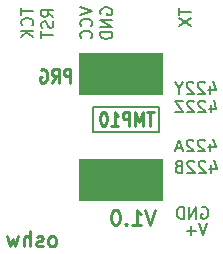
<source format=gbr>
%TF.GenerationSoftware,KiCad,Pcbnew,(5.1.6)-1*%
%TF.CreationDate,2021-08-06T10:58:56-04:00*%
%TF.ProjectId,RemoteTemp - MSP430 - RS422,52656d6f-7465-4546-956d-70202d204d53,rev?*%
%TF.SameCoordinates,Original*%
%TF.FileFunction,Legend,Bot*%
%TF.FilePolarity,Positive*%
%FSLAX46Y46*%
G04 Gerber Fmt 4.6, Leading zero omitted, Abs format (unit mm)*
G04 Created by KiCad (PCBNEW (5.1.6)-1) date 2021-08-06 10:58:56*
%MOMM*%
%LPD*%
G01*
G04 APERTURE LIST*
%ADD10C,0.100000*%
%ADD11C,0.200000*%
%ADD12C,0.220000*%
%ADD13C,0.275000*%
G04 APERTURE END LIST*
D10*
G36*
X146500000Y-102500000D02*
G01*
X139500000Y-102500000D01*
X139500000Y-99000000D01*
X146500000Y-99000000D01*
X146500000Y-102500000D01*
G37*
X146500000Y-102500000D02*
X139500000Y-102500000D01*
X139500000Y-99000000D01*
X146500000Y-99000000D01*
X146500000Y-102500000D01*
D11*
X139602380Y-86166666D02*
X140602380Y-86500000D01*
X139602380Y-86833333D01*
X140507142Y-87738095D02*
X140554761Y-87690476D01*
X140602380Y-87547619D01*
X140602380Y-87452380D01*
X140554761Y-87309523D01*
X140459523Y-87214285D01*
X140364285Y-87166666D01*
X140173809Y-87119047D01*
X140030952Y-87119047D01*
X139840476Y-87166666D01*
X139745238Y-87214285D01*
X139650000Y-87309523D01*
X139602380Y-87452380D01*
X139602380Y-87547619D01*
X139650000Y-87690476D01*
X139697619Y-87738095D01*
X140507142Y-88738095D02*
X140554761Y-88690476D01*
X140602380Y-88547619D01*
X140602380Y-88452380D01*
X140554761Y-88309523D01*
X140459523Y-88214285D01*
X140364285Y-88166666D01*
X140173809Y-88119047D01*
X140030952Y-88119047D01*
X139840476Y-88166666D01*
X139745238Y-88214285D01*
X139650000Y-88309523D01*
X139602380Y-88452380D01*
X139602380Y-88547619D01*
X139650000Y-88690476D01*
X139697619Y-88738095D01*
X141350000Y-86738095D02*
X141302380Y-86642857D01*
X141302380Y-86500000D01*
X141350000Y-86357142D01*
X141445238Y-86261904D01*
X141540476Y-86214285D01*
X141730952Y-86166666D01*
X141873809Y-86166666D01*
X142064285Y-86214285D01*
X142159523Y-86261904D01*
X142254761Y-86357142D01*
X142302380Y-86500000D01*
X142302380Y-86595238D01*
X142254761Y-86738095D01*
X142207142Y-86785714D01*
X141873809Y-86785714D01*
X141873809Y-86595238D01*
X142302380Y-87214285D02*
X141302380Y-87214285D01*
X142302380Y-87785714D01*
X141302380Y-87785714D01*
X142302380Y-88261904D02*
X141302380Y-88261904D01*
X141302380Y-88500000D01*
X141350000Y-88642857D01*
X141445238Y-88738095D01*
X141540476Y-88785714D01*
X141730952Y-88833333D01*
X141873809Y-88833333D01*
X142064285Y-88785714D01*
X142159523Y-88738095D01*
X142254761Y-88642857D01*
X142302380Y-88500000D01*
X142302380Y-88261904D01*
X147952380Y-86238095D02*
X147952380Y-86809523D01*
X148952380Y-86523809D02*
X147952380Y-86523809D01*
X147952380Y-87047619D02*
X148952380Y-87714285D01*
X147952380Y-87714285D02*
X148952380Y-87047619D01*
X134602380Y-86214285D02*
X134602380Y-86785714D01*
X135602380Y-86500000D02*
X134602380Y-86500000D01*
X135507142Y-87690476D02*
X135554761Y-87642857D01*
X135602380Y-87500000D01*
X135602380Y-87404761D01*
X135554761Y-87261904D01*
X135459523Y-87166666D01*
X135364285Y-87119047D01*
X135173809Y-87071428D01*
X135030952Y-87071428D01*
X134840476Y-87119047D01*
X134745238Y-87166666D01*
X134650000Y-87261904D01*
X134602380Y-87404761D01*
X134602380Y-87500000D01*
X134650000Y-87642857D01*
X134697619Y-87690476D01*
X135602380Y-88119047D02*
X134602380Y-88119047D01*
X135602380Y-88690476D02*
X135030952Y-88261904D01*
X134602380Y-88690476D02*
X135173809Y-88119047D01*
X137302380Y-86952380D02*
X136826190Y-86619047D01*
X137302380Y-86380952D02*
X136302380Y-86380952D01*
X136302380Y-86761904D01*
X136350000Y-86857142D01*
X136397619Y-86904761D01*
X136492857Y-86952380D01*
X136635714Y-86952380D01*
X136730952Y-86904761D01*
X136778571Y-86857142D01*
X136826190Y-86761904D01*
X136826190Y-86380952D01*
X137254761Y-87333333D02*
X137302380Y-87476190D01*
X137302380Y-87714285D01*
X137254761Y-87809523D01*
X137207142Y-87857142D01*
X137111904Y-87904761D01*
X137016666Y-87904761D01*
X136921428Y-87857142D01*
X136873809Y-87809523D01*
X136826190Y-87714285D01*
X136778571Y-87523809D01*
X136730952Y-87428571D01*
X136683333Y-87380952D01*
X136588095Y-87333333D01*
X136492857Y-87333333D01*
X136397619Y-87380952D01*
X136350000Y-87428571D01*
X136302380Y-87523809D01*
X136302380Y-87761904D01*
X136350000Y-87904761D01*
X136302380Y-88190476D02*
X136302380Y-88761904D01*
X137302380Y-88476190D02*
X136302380Y-88476190D01*
D12*
X138761904Y-92520238D02*
X138761904Y-91370238D01*
X138380952Y-91370238D01*
X138285714Y-91425000D01*
X138238095Y-91479761D01*
X138190476Y-91589285D01*
X138190476Y-91753571D01*
X138238095Y-91863095D01*
X138285714Y-91917857D01*
X138380952Y-91972619D01*
X138761904Y-91972619D01*
X137190476Y-92520238D02*
X137523809Y-91972619D01*
X137761904Y-92520238D02*
X137761904Y-91370238D01*
X137380952Y-91370238D01*
X137285714Y-91425000D01*
X137238095Y-91479761D01*
X137190476Y-91589285D01*
X137190476Y-91753571D01*
X137238095Y-91863095D01*
X137285714Y-91917857D01*
X137380952Y-91972619D01*
X137761904Y-91972619D01*
X136238095Y-91425000D02*
X136333333Y-91370238D01*
X136476190Y-91370238D01*
X136619047Y-91425000D01*
X136714285Y-91534523D01*
X136761904Y-91644047D01*
X136809523Y-91863095D01*
X136809523Y-92027380D01*
X136761904Y-92246428D01*
X136714285Y-92355952D01*
X136619047Y-92465476D01*
X136476190Y-92520238D01*
X136380952Y-92520238D01*
X136238095Y-92465476D01*
X136190476Y-92410714D01*
X136190476Y-92027380D01*
X136380952Y-92027380D01*
D10*
G36*
X146500000Y-93500000D02*
G01*
X139500000Y-93500000D01*
X139500000Y-90000000D01*
X146500000Y-90000000D01*
X146500000Y-93500000D01*
G37*
X146500000Y-93500000D02*
X139500000Y-93500000D01*
X139500000Y-90000000D01*
X146500000Y-90000000D01*
X146500000Y-93500000D01*
D13*
X145904761Y-103288095D02*
X145488095Y-104588095D01*
X145071428Y-103288095D01*
X144000000Y-104588095D02*
X144714285Y-104588095D01*
X144357142Y-104588095D02*
X144357142Y-103288095D01*
X144476190Y-103473809D01*
X144595238Y-103597619D01*
X144714285Y-103659523D01*
X143464285Y-104464285D02*
X143404761Y-104526190D01*
X143464285Y-104588095D01*
X143523809Y-104526190D01*
X143464285Y-104464285D01*
X143464285Y-104588095D01*
X142630952Y-103288095D02*
X142511904Y-103288095D01*
X142392857Y-103350000D01*
X142333333Y-103411904D01*
X142273809Y-103535714D01*
X142214285Y-103783333D01*
X142214285Y-104092857D01*
X142273809Y-104340476D01*
X142333333Y-104464285D01*
X142392857Y-104526190D01*
X142511904Y-104588095D01*
X142630952Y-104588095D01*
X142750000Y-104526190D01*
X142809523Y-104464285D01*
X142869047Y-104340476D01*
X142928571Y-104092857D01*
X142928571Y-103783333D01*
X142869047Y-103535714D01*
X142809523Y-103411904D01*
X142750000Y-103350000D01*
X142630952Y-103288095D01*
D11*
X150590476Y-92785714D02*
X150590476Y-93452380D01*
X150828571Y-92404761D02*
X151066666Y-93119047D01*
X150447619Y-93119047D01*
X150114285Y-92547619D02*
X150066666Y-92500000D01*
X149971428Y-92452380D01*
X149733333Y-92452380D01*
X149638095Y-92500000D01*
X149590476Y-92547619D01*
X149542857Y-92642857D01*
X149542857Y-92738095D01*
X149590476Y-92880952D01*
X150161904Y-93452380D01*
X149542857Y-93452380D01*
X149161904Y-92547619D02*
X149114285Y-92500000D01*
X149019047Y-92452380D01*
X148780952Y-92452380D01*
X148685714Y-92500000D01*
X148638095Y-92547619D01*
X148590476Y-92642857D01*
X148590476Y-92738095D01*
X148638095Y-92880952D01*
X149209523Y-93452380D01*
X148590476Y-93452380D01*
X147971428Y-92976190D02*
X147971428Y-93452380D01*
X148304761Y-92452380D02*
X147971428Y-92976190D01*
X147638095Y-92452380D01*
X150638095Y-94385714D02*
X150638095Y-95052380D01*
X150876190Y-94004761D02*
X151114285Y-94719047D01*
X150495238Y-94719047D01*
X150161904Y-94147619D02*
X150114285Y-94100000D01*
X150019047Y-94052380D01*
X149780952Y-94052380D01*
X149685714Y-94100000D01*
X149638095Y-94147619D01*
X149590476Y-94242857D01*
X149590476Y-94338095D01*
X149638095Y-94480952D01*
X150209523Y-95052380D01*
X149590476Y-95052380D01*
X149209523Y-94147619D02*
X149161904Y-94100000D01*
X149066666Y-94052380D01*
X148828571Y-94052380D01*
X148733333Y-94100000D01*
X148685714Y-94147619D01*
X148638095Y-94242857D01*
X148638095Y-94338095D01*
X148685714Y-94480952D01*
X149257142Y-95052380D01*
X148638095Y-95052380D01*
X148304761Y-94052380D02*
X147638095Y-94052380D01*
X148304761Y-95052380D01*
X147638095Y-95052380D01*
X150590476Y-97685714D02*
X150590476Y-98352380D01*
X150828571Y-97304761D02*
X151066666Y-98019047D01*
X150447619Y-98019047D01*
X150114285Y-97447619D02*
X150066666Y-97400000D01*
X149971428Y-97352380D01*
X149733333Y-97352380D01*
X149638095Y-97400000D01*
X149590476Y-97447619D01*
X149542857Y-97542857D01*
X149542857Y-97638095D01*
X149590476Y-97780952D01*
X150161904Y-98352380D01*
X149542857Y-98352380D01*
X149161904Y-97447619D02*
X149114285Y-97400000D01*
X149019047Y-97352380D01*
X148780952Y-97352380D01*
X148685714Y-97400000D01*
X148638095Y-97447619D01*
X148590476Y-97542857D01*
X148590476Y-97638095D01*
X148638095Y-97780952D01*
X149209523Y-98352380D01*
X148590476Y-98352380D01*
X148209523Y-98066666D02*
X147733333Y-98066666D01*
X148304761Y-98352380D02*
X147971428Y-97352380D01*
X147638095Y-98352380D01*
X150661904Y-99485714D02*
X150661904Y-100152380D01*
X150900000Y-99104761D02*
X151138095Y-99819047D01*
X150519047Y-99819047D01*
X150185714Y-99247619D02*
X150138095Y-99200000D01*
X150042857Y-99152380D01*
X149804761Y-99152380D01*
X149709523Y-99200000D01*
X149661904Y-99247619D01*
X149614285Y-99342857D01*
X149614285Y-99438095D01*
X149661904Y-99580952D01*
X150233333Y-100152380D01*
X149614285Y-100152380D01*
X149233333Y-99247619D02*
X149185714Y-99200000D01*
X149090476Y-99152380D01*
X148852380Y-99152380D01*
X148757142Y-99200000D01*
X148709523Y-99247619D01*
X148661904Y-99342857D01*
X148661904Y-99438095D01*
X148709523Y-99580952D01*
X149280952Y-100152380D01*
X148661904Y-100152380D01*
X147900000Y-99628571D02*
X147757142Y-99676190D01*
X147709523Y-99723809D01*
X147661904Y-99819047D01*
X147661904Y-99961904D01*
X147709523Y-100057142D01*
X147757142Y-100104761D01*
X147852380Y-100152380D01*
X148233333Y-100152380D01*
X148233333Y-99152380D01*
X147900000Y-99152380D01*
X147804761Y-99200000D01*
X147757142Y-99247619D01*
X147709523Y-99342857D01*
X147709523Y-99438095D01*
X147757142Y-99533333D01*
X147804761Y-99580952D01*
X147900000Y-99628571D01*
X148233333Y-99628571D01*
X149861904Y-103100000D02*
X149957142Y-103052380D01*
X150100000Y-103052380D01*
X150242857Y-103100000D01*
X150338095Y-103195238D01*
X150385714Y-103290476D01*
X150433333Y-103480952D01*
X150433333Y-103623809D01*
X150385714Y-103814285D01*
X150338095Y-103909523D01*
X150242857Y-104004761D01*
X150100000Y-104052380D01*
X150004761Y-104052380D01*
X149861904Y-104004761D01*
X149814285Y-103957142D01*
X149814285Y-103623809D01*
X150004761Y-103623809D01*
X149385714Y-104052380D02*
X149385714Y-103052380D01*
X148814285Y-104052380D01*
X148814285Y-103052380D01*
X148338095Y-104052380D02*
X148338095Y-103052380D01*
X148100000Y-103052380D01*
X147957142Y-103100000D01*
X147861904Y-103195238D01*
X147814285Y-103290476D01*
X147766666Y-103480952D01*
X147766666Y-103623809D01*
X147814285Y-103814285D01*
X147861904Y-103909523D01*
X147957142Y-104004761D01*
X148100000Y-104052380D01*
X148338095Y-104052380D01*
X150352380Y-104452380D02*
X150019047Y-105452380D01*
X149685714Y-104452380D01*
X149352380Y-105071428D02*
X148590476Y-105071428D01*
X148971428Y-105452380D02*
X148971428Y-104690476D01*
X140700000Y-96750000D02*
X140700000Y-94550000D01*
X140700000Y-96750000D02*
X146300000Y-96750000D01*
X146300000Y-96750000D02*
X146300000Y-94550000D01*
X140700000Y-94550000D02*
X146300000Y-94550000D01*
D13*
X137315476Y-106388095D02*
X137434523Y-106326190D01*
X137494047Y-106264285D01*
X137553571Y-106140476D01*
X137553571Y-105769047D01*
X137494047Y-105645238D01*
X137434523Y-105583333D01*
X137315476Y-105521428D01*
X137136904Y-105521428D01*
X137017857Y-105583333D01*
X136958333Y-105645238D01*
X136898809Y-105769047D01*
X136898809Y-106140476D01*
X136958333Y-106264285D01*
X137017857Y-106326190D01*
X137136904Y-106388095D01*
X137315476Y-106388095D01*
X136422619Y-106326190D02*
X136303571Y-106388095D01*
X136065476Y-106388095D01*
X135946428Y-106326190D01*
X135886904Y-106202380D01*
X135886904Y-106140476D01*
X135946428Y-106016666D01*
X136065476Y-105954761D01*
X136244047Y-105954761D01*
X136363095Y-105892857D01*
X136422619Y-105769047D01*
X136422619Y-105707142D01*
X136363095Y-105583333D01*
X136244047Y-105521428D01*
X136065476Y-105521428D01*
X135946428Y-105583333D01*
X135351190Y-106388095D02*
X135351190Y-105088095D01*
X134815476Y-106388095D02*
X134815476Y-105707142D01*
X134875000Y-105583333D01*
X134994047Y-105521428D01*
X135172619Y-105521428D01*
X135291666Y-105583333D01*
X135351190Y-105645238D01*
X134339285Y-105521428D02*
X134101190Y-106388095D01*
X133863095Y-105769047D01*
X133625000Y-106388095D01*
X133386904Y-105521428D01*
D12*
X145809523Y-95020238D02*
X145238095Y-95020238D01*
X145523809Y-96170238D02*
X145523809Y-95020238D01*
X144904761Y-96170238D02*
X144904761Y-95020238D01*
X144571428Y-95841666D01*
X144238095Y-95020238D01*
X144238095Y-96170238D01*
X143761904Y-96170238D02*
X143761904Y-95020238D01*
X143380952Y-95020238D01*
X143285714Y-95075000D01*
X143238095Y-95129761D01*
X143190476Y-95239285D01*
X143190476Y-95403571D01*
X143238095Y-95513095D01*
X143285714Y-95567857D01*
X143380952Y-95622619D01*
X143761904Y-95622619D01*
X142238095Y-96170238D02*
X142809523Y-96170238D01*
X142523809Y-96170238D02*
X142523809Y-95020238D01*
X142619047Y-95184523D01*
X142714285Y-95294047D01*
X142809523Y-95348809D01*
X141619047Y-95020238D02*
X141523809Y-95020238D01*
X141428571Y-95075000D01*
X141380952Y-95129761D01*
X141333333Y-95239285D01*
X141285714Y-95458333D01*
X141285714Y-95732142D01*
X141333333Y-95951190D01*
X141380952Y-96060714D01*
X141428571Y-96115476D01*
X141523809Y-96170238D01*
X141619047Y-96170238D01*
X141714285Y-96115476D01*
X141761904Y-96060714D01*
X141809523Y-95951190D01*
X141857142Y-95732142D01*
X141857142Y-95458333D01*
X141809523Y-95239285D01*
X141761904Y-95129761D01*
X141714285Y-95075000D01*
X141619047Y-95020238D01*
M02*

</source>
